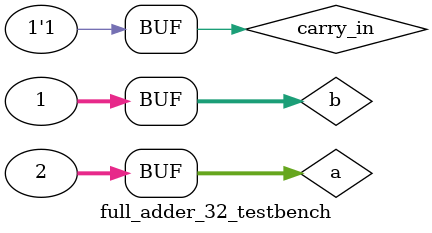
<source format=v>
`define DELAY 20
module full_adder_32_testbench(); 
reg [31:0]a, b;
reg carry_in;
wire [31:0]sum;
wire carry_out;

full_adder_32 fatb (sum, carry_out, a, b, carry_in);

initial begin
a = 32'b00000000000000000000000000111000; b = 32'b00000000000000000000000000000011; carry_in = 1'b0;
#`DELAY;
a = 32'b00000000000000000000000000000010; b = 32'b00000000000000000000000000000001; carry_in = 1'b1;
#`DELAY;
end
 
 
initial
begin
$monitor("a = %32b, \nb = %32b,   c_in = %1b, \ns = %32b, carry_out=%1b", a, b, carry_in, sum, carry_out);
end
 
endmodule
</source>
